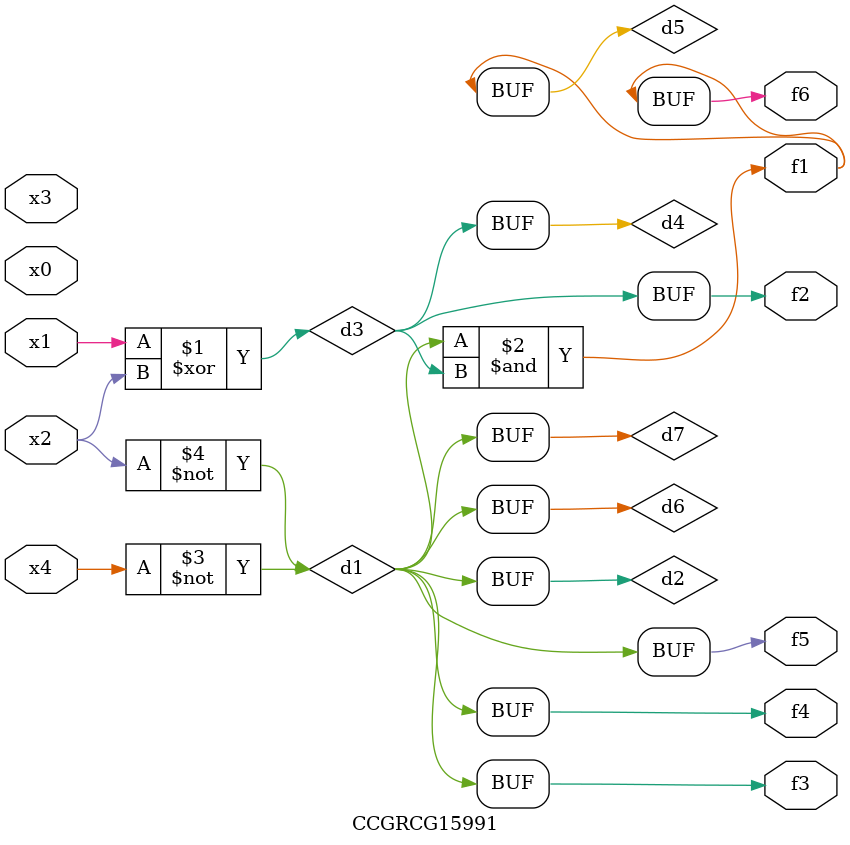
<source format=v>
module CCGRCG15991(
	input x0, x1, x2, x3, x4,
	output f1, f2, f3, f4, f5, f6
);

	wire d1, d2, d3, d4, d5, d6, d7;

	not (d1, x4);
	not (d2, x2);
	xor (d3, x1, x2);
	buf (d4, d3);
	and (d5, d1, d3);
	buf (d6, d1, d2);
	buf (d7, d2);
	assign f1 = d5;
	assign f2 = d4;
	assign f3 = d7;
	assign f4 = d7;
	assign f5 = d7;
	assign f6 = d5;
endmodule

</source>
